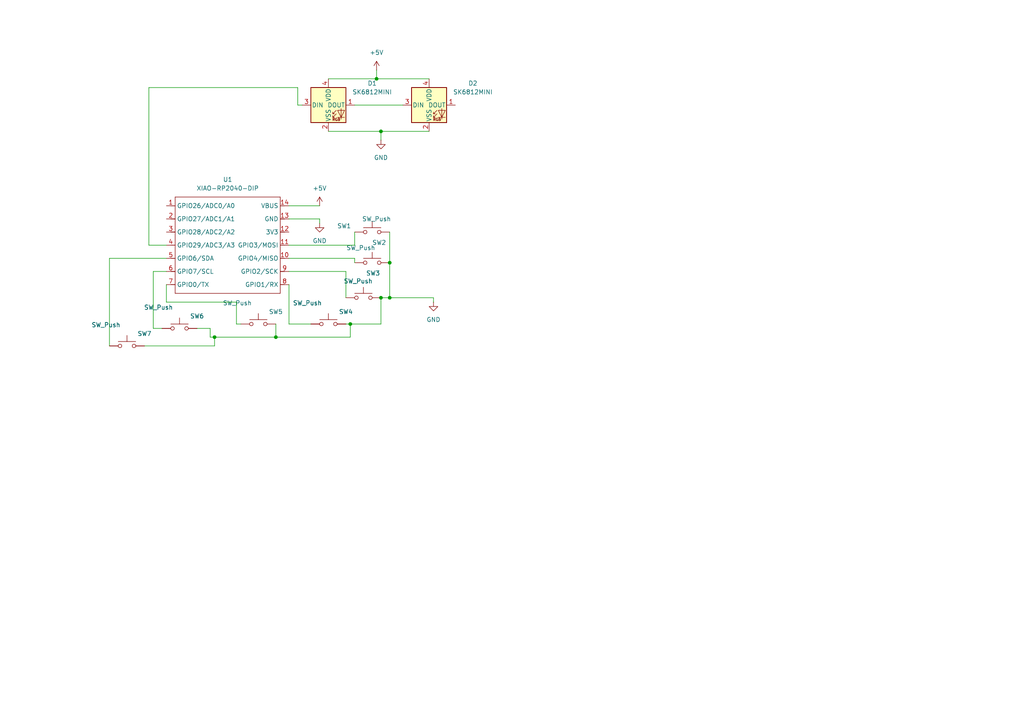
<source format=kicad_sch>
(kicad_sch (version 20231120) (generator "eeschema") (generator_version "8.0")
  (paper "A4")
  (lib_symbols
    (symbol "LED:SK6812MINI" (pin_names (offset 0.254))
      (property "Reference" "D" (at 5.08 5.715 0))
      (property "Value" "SK6812MINI" (at 1.27 -5.715 0))
      (symbol "SK6812MINI_0_0"
        (text "RGB" (at 2.286 -4.191 0) (effects (font (size 0.762 0.762))))
      )
      (symbol "SK6812MINI_0_1"
        (polyline (pts (xy 1.27 -3.556) (xy 1.778 -3.556)))
        (polyline (pts (xy 1.27 -2.54) (xy 1.778 -2.54)))
        (polyline (pts (xy 4.699 -3.556) (xy 2.667 -3.556)))
        (polyline (pts (xy 2.286 -2.54) (xy 1.27 -3.556) (xy 1.27 -3.048)))
        (polyline (pts (xy 2.286 -1.524) (xy 1.27 -2.54) (xy 1.27 -2.032)))
        (polyline (pts (xy 3.683 -1.016) (xy 3.683 -3.556) (xy 3.683 -4.064)))
        (polyline (pts (xy 4.699 -1.524) (xy 2.667 -1.524) (xy 3.683 -3.556) (xy 4.699 -1.524)))
        (rectangle (start 5.08 5.08) (end -5.08 -5.08) (stroke (width 0.254)) (fill (type background)))
      )
      (symbol "SK6812MINI_1_1"
        (pin output line (at 7.62 0 180) (length 2.54) (name "DOUT") (number "1"))
        (pin power_in line (at 0 -7.62 90) (length 2.54) (name "VSS") (number "2"))
        (pin input line (at -7.62 0 0) (length 2.54) (name "DIN") (number "3"))
        (pin power_in line (at 0 7.62 270) (length 2.54) (name "VDD") (number "4"))
      )
    )
    (symbol "Seeed_Studio_XIAO_Series:XIAO-RP2040-DIP"
      (property "Reference" "U" (at 0 0 0))
      (property "Value" "XIAO-RP2040-DIP" (at 5.334 -1.778 0))
      (symbol "XIAO-RP2040-DIP_1_0"
        (polyline (pts (xy -1.27 -30.48) (xy -1.27 -16.51)) (stroke (width 0.1524)))
        (polyline (pts (xy -1.27 -27.94) (xy -2.54 -27.94)) (stroke (width 0.1524)))
        (polyline (pts (xy -1.27 -24.13) (xy -2.54 -24.13)) (stroke (width 0.1524)))
        (polyline (pts (xy -1.27 -20.32) (xy -2.54 -20.32)) (stroke (width 0.1524)))
        (polyline (pts (xy -1.27 -16.51) (xy -2.54 -16.51)) (stroke (width 0.1524)))
        (polyline (pts (xy -1.27 -16.51) (xy -1.27 -12.7)) (stroke (width 0.1524)))
        (polyline (pts (xy -1.27 -12.7) (xy -2.54 -12.7)) (stroke (width 0.1524)))
        (polyline (pts (xy -1.27 -12.7) (xy -1.27 -8.89)) (stroke (width 0.1524)))
        (polyline (pts (xy -1.27 -8.89) (xy -2.54 -8.89)) (stroke (width 0.1524)))
        (polyline (pts (xy -1.27 -8.89) (xy -1.27 -5.08)) (stroke (width 0.1524)))
        (polyline (pts (xy -1.27 -5.08) (xy -2.54 -5.08)) (stroke (width 0.1524)))
        (polyline (pts (xy -1.27 -5.08) (xy -1.27 -2.54)) (stroke (width 0.1524)))
        (polyline (pts (xy -1.27 -2.54) (xy 29.21 -2.54)) (stroke (width 0.1524)))
        (polyline (pts (xy 29.21 -30.48) (xy -1.27 -30.48)) (stroke (width 0.1524)))
        (polyline (pts (xy 29.21 -12.7) (xy 29.21 -30.48)) (stroke (width 0.1524)))
        (polyline (pts (xy 29.21 -8.89) (xy 29.21 -12.7)) (stroke (width 0.1524)))
        (polyline (pts (xy 29.21 -5.08) (xy 29.21 -8.89)) (stroke (width 0.1524)))
        (polyline (pts (xy 29.21 -2.54) (xy 29.21 -5.08)) (stroke (width 0.1524)))
        (polyline (pts (xy 30.48 -27.94) (xy 29.21 -27.94)) (stroke (width 0.1524)))
        (polyline (pts (xy 30.48 -24.13) (xy 29.21 -24.13)) (stroke (width 0.1524)))
        (polyline (pts (xy 30.48 -20.32) (xy 29.21 -20.32)) (stroke (width 0.1524)))
        (polyline (pts (xy 30.48 -16.51) (xy 29.21 -16.51)) (stroke (width 0.1524)))
        (polyline (pts (xy 30.48 -12.7) (xy 29.21 -12.7)) (stroke (width 0.1524)))
        (polyline (pts (xy 30.48 -8.89) (xy 29.21 -8.89)) (stroke (width 0.1524)))
        (polyline (pts (xy 30.48 -5.08) (xy 29.21 -5.08)) (stroke (width 0.1524)))
        (pin passive line (at -3.81 -5.08 0) (length 2.54) (name "GPIO26/ADC0/A0") (number "1"))
        (pin passive line (at 31.75 -20.32 180) (length 2.54) (name "GPIO4/MISO") (number "10"))
        (pin passive line (at 31.75 -16.51 180) (length 2.54) (name "GPIO3/MOSI") (number "11"))
        (pin passive line (at 31.75 -12.7 180) (length 2.54) (name "3V3") (number "12"))
        (pin passive line (at 31.75 -8.89 180) (length 2.54) (name "GND") (number "13"))
        (pin passive line (at 31.75 -5.08 180) (length 2.54) (name "VBUS") (number "14"))
        (pin passive line (at -3.81 -8.89 0) (length 2.54) (name "GPIO27/ADC1/A1") (number "2"))
        (pin passive line (at -3.81 -12.7 0) (length 2.54) (name "GPIO28/ADC2/A2") (number "3"))
        (pin passive line (at -3.81 -16.51 0) (length 2.54) (name "GPIO29/ADC3/A3") (number "4"))
        (pin passive line (at -3.81 -20.32 0) (length 2.54) (name "GPIO6/SDA") (number "5"))
        (pin passive line (at -3.81 -24.13 0) (length 2.54) (name "GPIO7/SCL") (number "6"))
        (pin passive line (at -3.81 -27.94 0) (length 2.54) (name "GPIO0/TX") (number "7"))
        (pin passive line (at 31.75 -27.94 180) (length 2.54) (name "GPIO1/RX") (number "8"))
        (pin passive line (at 31.75 -24.13 180) (length 2.54) (name "GPIO2/SCK") (number "9"))
      )
    )
    (symbol "Switch:SW_Push" (pin_numbers hide) (pin_names (offset 1.016) hide)
      (property "Reference" "SW" (at 1.27 2.54 0))
      (property "Value" "SW_Push" (at 0 -1.524 0))
      (symbol "SW_Push_0_1"
        (circle (center -2.032 0) (radius 0.508))
        (polyline (pts (xy 0 1.27) (xy 0 3.048)))
        (polyline (pts (xy 2.54 1.27) (xy -2.54 1.27)))
        (circle (center 2.032 0) (radius 0.508))
        (pin passive line (at -5.08 0 0) (length 2.54) (name "1") (number "1"))
        (pin passive line (at 5.08 0 180) (length 2.54) (name "2") (number "2"))
      )
    )
    (symbol "power:+5V" (power) (pin_numbers hide) (pin_names (offset 0) hide)
      (property "Value" "+5V" (at 0 3.556 0))
      (symbol "+5V_0_1"
        (polyline (pts (xy -0.762 1.27) (xy 0 2.54)))
        (polyline (pts (xy 0 0) (xy 0 2.54)))
        (polyline (pts (xy 0 2.54) (xy 0.762 1.27)))
      )
      (symbol "+5V_1_1"
        (pin power_in line (at 0 0 90) (length 0) (name "~") (number "1"))
      )
    )
    (symbol "power:GND" (power) (pin_numbers hide) (pin_names (offset 0) hide)
      (property "Value" "GND" (at 0 -3.81 0))
      (symbol "GND_0_1"
        (polyline (pts (xy 0 0) (xy 0 -1.27) (xy 1.27 -1.27) (xy 0 -2.54) (xy -1.27 -1.27) (xy 0 -1.27)))
      )
      (symbol "GND_1_1"
        (pin power_in line (at 0 0 270) (length 0) (name "~") (number "1"))
      )
    )
  )
  (junction (at 113.03 86.36))
  (junction (at 80.01 97.79))
  (junction (at 113.03 76.2))
  (junction (at 101.6 93.98))
  (junction (at 109.22 22.86))
  (junction (at 110.49 38.1))
  (junction (at 62.23 97.79))
  (junction (at 110.49 86.36))
  (wire (pts (xy 43.18 71.12) (xy 43.18 25.4)))
  (wire (pts (xy 110.49 38.1) (xy 110.49 40.64)))
  (wire (pts (xy 86.36 30.48) (xy 87.63 30.48)))
  (wire (pts (xy 125.73 86.36) (xy 125.73 87.63)))
  (wire (pts (xy 46.99 95.25) (xy 44.45 95.25)))
  (wire (pts (xy 43.18 71.12) (xy 48.26 71.12)))
  (wire (pts (xy 41.91 100.33) (xy 62.23 100.33)))
  (wire (pts (xy 68.58 93.98) (xy 68.58 87.63)))
  (wire (pts (xy 44.45 78.74) (xy 48.26 78.74)))
  (wire (pts (xy 57.15 95.25) (xy 60.96 95.25)))
  (wire (pts (xy 69.85 93.98) (xy 68.58 93.98)))
  (wire (pts (xy 102.87 74.93) (xy 102.87 76.2)))
  (wire (pts (xy 60.96 97.79) (xy 62.23 97.79)))
  (wire (pts (xy 80.01 93.98) (xy 80.01 97.79)))
  (wire (pts (xy 43.18 25.4) (xy 86.36 25.4)))
  (wire (pts (xy 102.87 71.12) (xy 102.87 67.31)))
  (wire (pts (xy 48.26 87.63) (xy 48.26 82.55)))
  (wire (pts (xy 31.75 100.33) (xy 31.75 74.93)))
  (wire (pts (xy 68.58 87.63) (xy 48.26 87.63)))
  (wire (pts (xy 101.6 93.98) (xy 110.49 93.98)))
  (wire (pts (xy 80.01 97.79) (xy 62.23 97.79)))
  (wire (pts (xy 110.49 93.98) (xy 110.49 86.36)))
  (wire (pts (xy 101.6 93.98) (xy 101.6 97.79)))
  (wire (pts (xy 86.36 25.4) (xy 86.36 30.48)))
  (wire (pts (xy 92.71 64.77) (xy 92.71 63.5)))
  (wire (pts (xy 95.25 38.1) (xy 110.49 38.1)))
  (wire (pts (xy 100.33 93.98) (xy 101.6 93.98)))
  (wire (pts (xy 113.03 67.31) (xy 113.03 76.2)))
  (wire (pts (xy 113.03 86.36) (xy 125.73 86.36)))
  (wire (pts (xy 31.75 74.93) (xy 48.26 74.93)))
  (wire (pts (xy 83.82 82.55) (xy 83.82 93.98)))
  (wire (pts (xy 80.01 97.79) (xy 101.6 97.79)))
  (wire (pts (xy 110.49 86.36) (xy 113.03 86.36)))
  (wire (pts (xy 95.25 22.86) (xy 109.22 22.86)))
  (wire (pts (xy 100.33 78.74) (xy 100.33 86.36)))
  (wire (pts (xy 44.45 95.25) (xy 44.45 78.74)))
  (wire (pts (xy 110.49 38.1) (xy 124.46 38.1)))
  (wire (pts (xy 109.22 22.86) (xy 124.46 22.86)))
  (wire (pts (xy 62.23 100.33) (xy 62.23 97.79)))
  (wire (pts (xy 113.03 86.36) (xy 113.03 76.2)))
  (wire (pts (xy 92.71 63.5) (xy 83.82 63.5)))
  (wire (pts (xy 102.87 30.48) (xy 116.84 30.48)))
  (wire (pts (xy 83.82 93.98) (xy 90.17 93.98)))
  (wire (pts (xy 83.82 71.12) (xy 102.87 71.12)))
  (wire (pts (xy 60.96 95.25) (xy 60.96 97.79)))
  (wire (pts (xy 109.22 20.32) (xy 109.22 22.86)))
  (wire (pts (xy 83.82 74.93) (xy 102.87 74.93)))
  (wire (pts (xy 83.82 59.69) (xy 92.71 59.69)))
  (wire (pts (xy 83.82 78.74) (xy 100.33 78.74)))
  (symbol (lib_id "Seeed_Studio_XIAO_Series:XIAO-RP2040-DIP") (at 52.07 54.61 0) (unit 1)
    (property "Reference" "U1" (at 66.04 52.07 0))
    (property "Value" "XIAO-RP2040-DIP" (at 66.04 54.61 0))
    (property "Footprint" "Seeed Studio XIAO Series Library:XIAO-RP2040-DIP" (effects (hide yes)))
  )
  (symbol (lib_id "Switch:SW_Push") (at 74.93 93.98 0) (unit 1)
    (property "Reference" "SW5" (at 80.01 90.424 0))
    (property "Value" "SW_Push" (at 68.834 87.884 0))
    (property "Footprint" "Button_Switch_Keyboard:SW_Cherry_MX_1.00u_PCB" (effects (hide yes)))
    (property "Description" "Push button switch, generic, two pins" (effects (hide yes)))
  )
  (symbol (lib_id "LED:SK6812MINI") (at 124.46 30.48 0) (unit 1)
    (property "Reference" "D2" (at 137.16 24.1614 0))
    (property "Value" "SK6812MINI" (at 137.16 26.7014 0))
    (property "Footprint" "LED_SMD:LED_SK6812MINI_PLCC4_3.5x3.5mm_P1.75mm" (effects (hide yes)))
    (property "Datasheet" "https://cdn-shop.adafruit.com/product-files/2686/SK6812MINI_REV.01-1-2.pdf" (effects (hide yes)))
    (property "Description" "RGB LED with integrated controller" (effects (hide yes)))
  )
  (symbol (lib_id "LED:SK6812MINI") (at 95.25 30.48 0) (unit 1)
    (property "Reference" "D1" (at 107.95 24.1614 0))
    (property "Value" "SK6812MINI" (at 107.95 26.7014 0))
    (property "Footprint" "LED_SMD:LED_SK6812MINI_PLCC4_3.5x3.5mm_P1.75mm" (effects (hide yes)))
    (property "Datasheet" "https://cdn-shop.adafruit.com/product-files/2686/SK6812MINI_REV.01-1-2.pdf" (effects (hide yes)))
    (property "Description" "RGB LED with integrated controller" (effects (hide yes)))
  )
  (symbol (lib_id "Switch:SW_Push") (at 107.95 76.2 0) (unit 1)
    (property "Reference" "SW2" (at 109.982 70.358 0))
    (property "Value" "SW_Push" (at 104.648 71.882 0))
    (property "Footprint" "Button_Switch_Keyboard:SW_Cherry_MX_1.00u_PCB" (effects (hide yes)))
    (property "Description" "Push button switch, generic, two pins" (effects (hide yes)))
  )
  (symbol (lib_id "Switch:SW_Push") (at 105.41 86.36 0) (unit 1)
    (property "Reference" "SW3" (at 108.204 79.248 0))
    (property "Value" "SW_Push" (at 103.886 81.534 0))
    (property "Footprint" "Button_Switch_Keyboard:SW_Cherry_MX_1.00u_PCB" (effects (hide yes)))
    (property "Description" "Push button switch, generic, two pins" (effects (hide yes)))
  )
  (symbol (lib_id "power:GND") (at 125.73 87.63 0) (unit 1)
    (property "Reference" "#PWR01" (effects (hide yes)))
    (property "Value" "GND" (at 125.73 92.71 0))
    (property "Description" "Power symbol creates a global label with name \"GND\" , ground" (effects (hide yes)))
  )
  (symbol (lib_id "power:GND") (at 110.49 40.64 0) (unit 1)
    (property "Reference" "#PWR05" (effects (hide yes)))
    (property "Value" "GND" (at 110.49 45.72 0))
    (property "Description" "Power symbol creates a global label with name \"GND\" , ground" (effects (hide yes)))
  )
  (symbol (lib_id "Switch:SW_Push") (at 107.95 67.31 0) (unit 1)
    (property "Reference" "SW1" (at 99.822 65.532 0))
    (property "Value" "SW_Push" (at 109.22 63.5 0))
    (property "Footprint" "Button_Switch_Keyboard:SW_Cherry_MX_1.00u_PCB" (effects (hide yes)))
    (property "Description" "Push button switch, generic, two pins" (effects (hide yes)))
  )
  (symbol (lib_id "Switch:SW_Push") (at 52.07 95.25 0) (unit 1)
    (property "Reference" "SW6" (at 57.15 91.694 0))
    (property "Value" "SW_Push" (at 45.974 89.154 0))
    (property "Footprint" "Button_Switch_Keyboard:SW_Cherry_MX_1.00u_PCB" (effects (hide yes)))
    (property "Description" "Push button switch, generic, two pins" (effects (hide yes)))
  )
  (symbol (lib_id "Switch:SW_Push") (at 95.25 93.98 0) (unit 1)
    (property "Reference" "SW4" (at 100.33 90.424 0))
    (property "Value" "SW_Push" (at 89.154 87.884 0))
    (property "Footprint" "Button_Switch_Keyboard:SW_Cherry_MX_1.00u_PCB" (effects (hide yes)))
    (property "Description" "Push button switch, generic, two pins" (effects (hide yes)))
  )
  (symbol (lib_id "Switch:SW_Push") (at 36.83 100.33 0) (unit 1)
    (property "Reference" "SW7" (at 41.91 96.774 0))
    (property "Value" "SW_Push" (at 30.734 94.234 0))
    (property "Footprint" "Button_Switch_Keyboard:SW_Cherry_MX_1.00u_PCB" (effects (hide yes)))
    (property "Description" "Push button switch, generic, two pins" (effects (hide yes)))
  )
  (symbol (lib_id "power:+5V") (at 109.22 20.32 0) (unit 1)
    (property "Reference" "#PWR04" (effects (hide yes)))
    (property "Value" "+5V" (at 109.22 15.24 0))
    (property "Description" "Power symbol creates a global label with name \"+5V\"" (effects (hide yes)))
  )
  (symbol (lib_id "power:GND") (at 92.71 64.77 0) (unit 1)
    (property "Reference" "#PWR02" (effects (hide yes)))
    (property "Value" "GND" (at 92.71 69.85 0))
    (property "Description" "Power symbol creates a global label with name \"GND\" , ground" (effects (hide yes)))
  )
  (symbol (lib_id "power:+5V") (at 92.71 59.69 0) (unit 1)
    (property "Reference" "#PWR03" (effects (hide yes)))
    (property "Value" "+5V" (at 92.71 54.61 0))
    (property "Description" "Power symbol creates a global label with name \"+5V\"" (effects (hide yes)))
  )
)
</source>
